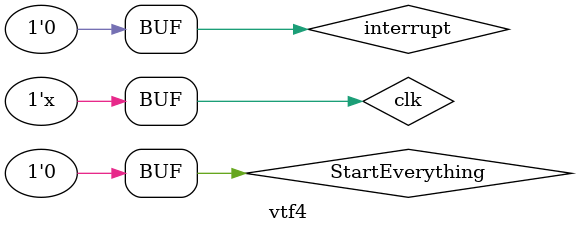
<source format=v>
`timescale 1ns / 1ps


module vtf4;

	// Inputs
	reg clk;
	reg StartEverything;
	reg interrupt;

	// Outputs
	wire [7:0] ACCout;
	wire coutRegout;
	wire zeroRegout;
	wire overflowRegout;
	wire StageComplete;

	// Instantiate the Unit Under Test (UUT)
	topMod uut (
		.clk(clk), 
		.ACCout(ACCout), 
		.coutRegout(coutRegout), 
		.zeroRegout(zeroRegout), 
		.overflowRegout(overflowRegout), 
		.StageComplete(StageComplete), 
		.StartEverything(StartEverything), 
		.interrupt(interrupt)
	);

	initial begin
		// Initialize Inputs
		clk = 0;
		StartEverything = 0;
		interrupt = 0;

		// Wait 100 ns for global reset to finish
		#100;
        
		StartEverything = 1;
		#30;
		StartEverything = 0;
		#200;
		#1960;
		interrupt =1;
		#30;
		interrupt =0;
		
	end
      
		always begin
		#10 clk =~clk;
		end
		
endmodule


</source>
